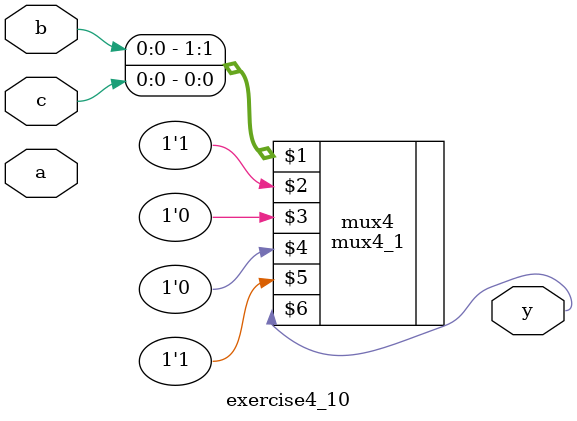
<source format=sv>
module exercise4_10(input  logic a, b, c,
                    output logic y);

  mux4_1 #(1) mux4({b, c}, 1'b1, 1'b0, 1'b0, 1'b1, y);
endmodule

// 00 ~b~c
// 01
// 10
// 11
</source>
